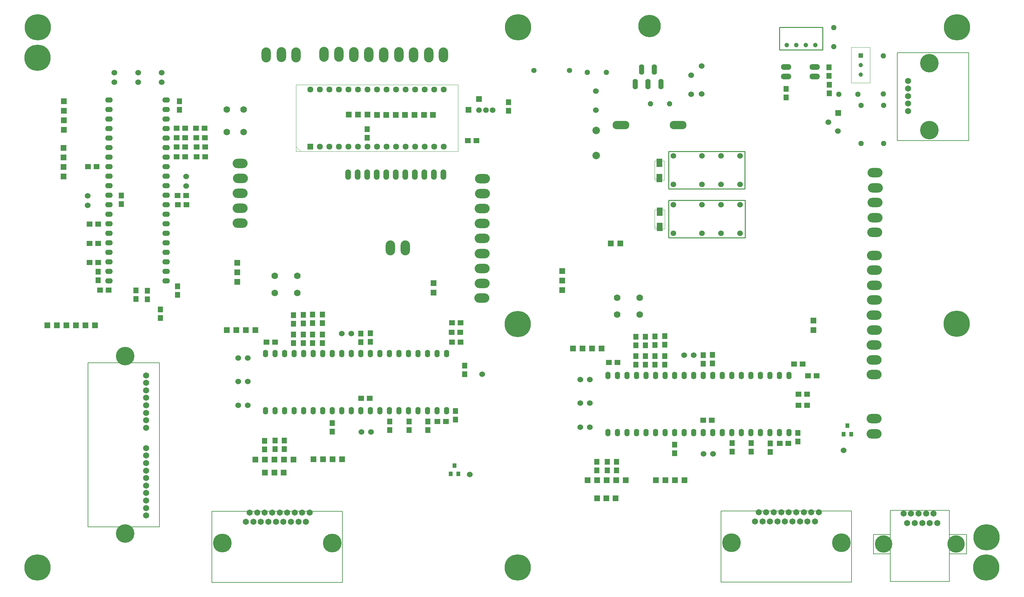
<source format=gbr>
G04 EasyPC Gerber Version 21.0.3 Build 4286 *
G04 #@! TF.Part,Single*
G04 #@! TF.FileFunction,AssemblyDrawing,Top *
G04 #@! TF.FilePolarity,Positive *
%FSLAX35Y35*%
%MOIN*%
G04 #@! TA.AperFunction,ComponentPad*
%AMT25*0 Octagon Pad at angle 0*4,1,8,-0.01077,-0.02600,0.01077,-0.02600,0.02600,-0.01077,0.02600,0.01077,0.01077,0.02600,-0.01077,0.02600,-0.02600,0.01077,-0.02600,-0.01077,-0.01077,-0.02600,0*%
%ADD25T25*%
%ADD27O,0.05500X0.08000*%
%ADD24O,0.05543X0.11087*%
G04 #@! TA.AperFunction,WasherPad*
%ADD70O,0.06000X0.11000*%
%ADD19O,0.09843X0.15748*%
G04 #@! TA.AperFunction,SMDPad*
%ADD79R,0.04000X0.04800*%
%ADD26R,0.05500X0.06000*%
%ADD78R,0.06102X0.08661*%
G04 #@! TA.AperFunction,ComponentPad*
%ADD81R,0.04528X0.04528*%
G04 #@! TA.AperFunction,WasherPad*
%ADD13R,0.06000X0.06000*%
G04 #@! TA.AperFunction,ComponentPad*
%ADD29R,0.06362X0.06362*%
G04 #@! TD.AperFunction*
%ADD73C,0.00394*%
%ADD10C,0.00787*%
%ADD77C,0.01000*%
G04 #@! TA.AperFunction,ComponentPad*
%ADD82C,0.04528*%
%ADD80C,0.04764*%
%ADD23C,0.05543*%
%ADD76C,0.05906*%
%ADD83C,0.05945*%
G04 #@! TA.AperFunction,WasherPad*
%ADD14C,0.06000*%
G04 #@! TA.AperFunction,ComponentPad*
%ADD72C,0.06362*%
G04 #@! TA.AperFunction,WasherPad*
%ADD17C,0.06496*%
G04 #@! TA.AperFunction,ComponentPad*
%ADD74C,0.07000*%
G04 #@! TA.AperFunction,WasherPad*
%ADD71C,0.07874*%
G04 #@! TA.AperFunction,ComponentPad*
%ADD20C,0.18307*%
G04 #@! TA.AperFunction,WasherPad*
%ADD18C,0.19488*%
G04 #@! TA.AperFunction,ComponentPad*
%ADD21C,0.19685*%
G04 #@! TA.AperFunction,WasherPad*
%ADD15C,0.23622*%
%ADD11C,0.27559*%
G04 #@! TA.AperFunction,ComponentPad*
%ADD75O,0.08000X0.05500*%
G04 #@! TA.AperFunction,WasherPad*
%ADD12O,0.11000X0.06000*%
G04 #@! TA.AperFunction,ComponentPad*
%ADD22O,0.17700X0.08850*%
G04 #@! TA.AperFunction,WasherPad*
%ADD16O,0.15748X0.09843*%
G04 #@! TA.AperFunction,SMDPad*
%ADD28R,0.06000X0.05500*%
X0Y0D02*
D02*
D10*
X146490Y233596D02*
Y61156D01*
X71687*
Y233596*
X146490*
X201726Y77711D02*
X338734D01*
Y2907*
X201726*
Y77711*
X735978Y78006D02*
X872986D01*
Y3203*
X735978*
Y78006*
X913537Y53407D02*
X895821D01*
Y32919*
X913537*
Y78596D02*
X975742D01*
Y3793*
X913537*
Y78596*
X921116Y467081D02*
Y559207D01*
X995919*
Y467081*
X921116*
X975742Y53407D02*
X993459D01*
Y32919*
X975742*
D02*
D11*
X18656Y18557D03*
Y553990D03*
X18951Y585880D03*
X522494Y274364D03*
X522593Y18557D03*
X522789Y585880D03*
X983222Y274463D03*
X983518Y585880D03*
X1014423Y18557D03*
X1014522Y50152D03*
D02*
D12*
X804364Y534207D03*
Y544207D03*
X834364Y534207D03*
Y544207D03*
D02*
D13*
X28872Y272770D03*
X38872D03*
X46018Y429207D03*
Y439207D03*
Y449207D03*
Y459207D03*
X46411Y478400D03*
Y488400D03*
Y498400D03*
Y508400D03*
X48872Y272770D03*
X58872D03*
X68872D03*
X78872D03*
X217179Y267967D03*
X227179D03*
X228301Y318439D03*
Y328439D03*
Y338439D03*
X237179Y267967D03*
X247179D03*
X247317Y131963D03*
X257317D03*
X257435Y118360D03*
X267179D03*
X267317Y131963D03*
X276923Y118360D03*
X277317Y131963D03*
X287317D03*
X308222Y132238D03*
X318222D03*
X328222D03*
X338222D03*
X345329Y494148D03*
X355073D03*
X365112D03*
X374955Y493951D03*
X384699D03*
X394738D03*
X404384Y493852D03*
X414128D03*
X424167D03*
X433715D03*
X434404Y307376D03*
Y317376D03*
X471018Y499364D03*
X481844Y510585D03*
X569344Y310073D03*
Y320073D03*
Y330073D03*
X580762Y248675D03*
X590762D03*
X595841Y110289D03*
X600762Y248675D03*
X605841Y110289D03*
X605959Y91392D03*
X610762Y248675D03*
X615703Y91392D03*
X615841Y110289D03*
X620132Y358911D03*
X625447Y91392D03*
X625841Y110289D03*
X630132Y358911D03*
X635841Y110289D03*
X667474Y110388D03*
X677474D03*
X687474D03*
X697474D03*
X832927Y267907D03*
Y277907D03*
X858911Y495919D03*
D02*
D14*
X71215Y398970D03*
Y408970D03*
X99167Y528301D03*
Y538301D03*
X124364Y528301D03*
Y538301D03*
X149069Y528301D03*
Y538301D03*
X174659Y419344D03*
Y429344D03*
X229128Y188833D03*
Y214030D03*
Y238734D03*
X239128Y188833D03*
Y214030D03*
Y238734D03*
X338085Y264325D03*
X348085D03*
X358459Y160880D03*
X368459D03*
X472396Y116293D03*
X485191Y221707D03*
X588380Y165998D03*
Y191195D03*
Y215900D03*
X598380Y165998D03*
Y191195D03*
Y215900D03*
X604482Y498872D03*
Y518872D03*
X697337Y241490D03*
X704561Y515683D03*
Y535683D03*
X707337Y241490D03*
X715703Y515801D03*
Y545329D03*
X717711Y138045D03*
X727711D03*
X848616Y486116D03*
X858616Y477022D03*
X864719Y141589D03*
D02*
D15*
X661035Y587159D03*
D02*
D16*
X231156Y380270D03*
X231352Y395821D03*
Y411569D03*
Y443065D03*
X231549Y427120D03*
X484994Y301431D03*
X485191Y316982D03*
Y332730D03*
Y364226D03*
X485388Y348281D03*
Y379935D03*
Y395526D03*
X485585Y411274D03*
Y426825D03*
X896510Y174856D03*
X896608Y236470D03*
Y252219D03*
Y283715D03*
X896707Y158911D03*
Y221215D03*
X896805Y267770D03*
Y299423D03*
Y315014D03*
X897002Y330762D03*
Y346313D03*
X897396Y370526D03*
X897593Y386077D03*
Y401825D03*
Y433321D03*
X897789Y417376D03*
D02*
D17*
X132711Y73163D03*
Y81037D03*
Y88911D03*
Y96785D03*
Y104659D03*
Y112533D03*
Y120407D03*
Y128281D03*
Y136156D03*
Y144030D03*
Y165289D03*
Y173163D03*
Y181037D03*
Y188911D03*
Y196785D03*
Y204659D03*
Y212533D03*
Y220407D03*
X237356Y66490D03*
X241293Y76333D03*
X245230Y66490D03*
X249167Y76333D03*
X253104Y66490D03*
X257041Y76333D03*
X260978Y66490D03*
X264915Y76333D03*
X268852Y66490D03*
X272789Y76333D03*
X276726Y66490D03*
X280663Y76333D03*
X284600Y66490D03*
X288537Y76333D03*
X292474Y66490D03*
X296411Y76333D03*
X300348Y66490D03*
X304285Y76333D03*
X771608Y66785D03*
X775545Y76628D03*
X779482Y66785D03*
X783419Y76628D03*
X787356Y66785D03*
X791293Y76628D03*
X795230Y66785D03*
X799167Y76628D03*
X803104Y66785D03*
X807041Y76628D03*
X810978Y66785D03*
X814915Y76628D03*
X818852Y66785D03*
X822789Y76628D03*
X826726Y66785D03*
X830663Y76628D03*
X834600Y66785D03*
X838537Y76628D03*
X927514Y75250D03*
X931451Y65407D03*
X932337Y497986D03*
Y505860D03*
Y513734D03*
Y521608D03*
Y529482D03*
X935388Y75250D03*
X939325Y65407D03*
X943262Y75250D03*
X947199Y65407D03*
X951136Y75250D03*
X955073Y65407D03*
X959010Y75250D03*
X962947Y65407D03*
D02*
D18*
X110467Y54266D03*
Y240486D03*
X954581Y477907D03*
Y548380D03*
D02*
D19*
X258616Y556943D03*
X274561Y557140D03*
X290112Y556943D03*
X319305Y557435D03*
X334856D03*
X350604Y557238D03*
X366195D03*
X381904Y557041D03*
X388931Y354187D03*
X397848Y557238D03*
X404522Y354187D03*
X413400Y557041D03*
X429148D03*
X444699Y556844D03*
D02*
D70*
X344738Y431215D03*
X354738D03*
X364738D03*
X374738D03*
X384738D03*
X394738D03*
X404738D03*
X414738D03*
X424738D03*
X434738D03*
X444738D03*
D02*
D71*
X604974Y451333D03*
Y477612D03*
D02*
D20*
X906648Y43163D03*
X982632D03*
D02*
D21*
X212553Y44246D03*
X327907D03*
X746805Y44541D03*
X862159D03*
D02*
D22*
X631077Y483222D03*
X691077D03*
D02*
D23*
X539719Y540558D03*
X577120D03*
D02*
D24*
X646018Y526385D03*
X652711Y541739D03*
X659404Y526385D03*
X666096Y541739D03*
X672789Y526385D03*
D02*
D25*
X595565Y538636D03*
X615565D03*
X661805Y505663D03*
X681805D03*
X854187Y565447D03*
Y585447D03*
X859640Y515506D03*
X879640D03*
X882829Y463813D03*
Y503813D03*
X906451Y515978D03*
Y555978D03*
X906648Y463813D03*
Y503813D03*
D02*
D26*
X82238Y320159D03*
Y329159D03*
X106549Y400278D03*
Y409278D03*
X122100Y300474D03*
Y309474D03*
X133813Y300376D03*
Y309376D03*
X147593Y280494D03*
Y289494D03*
X165506Y304904D03*
Y313904D03*
X167573Y499195D03*
Y508195D03*
X257041Y142699D03*
Y151699D03*
X267868Y142797D03*
Y151797D03*
X277514Y142896D03*
Y151896D03*
X287455Y254313D03*
Y263313D03*
Y274687D03*
Y283687D03*
X297494Y254313D03*
Y263313D03*
Y274884D03*
Y283884D03*
X307238Y254313D03*
Y263313D03*
X307337Y275179D03*
Y284179D03*
X317671Y254313D03*
Y263313D03*
Y275376D03*
Y284376D03*
X328006Y161400D03*
Y170400D03*
X358026Y255396D03*
Y264396D03*
X364719Y469864D03*
Y478864D03*
X367868Y255593D03*
Y264593D03*
X388242Y162974D03*
Y171974D03*
X408518Y163073D03*
Y172073D03*
X428400Y162876D03*
Y171876D03*
X457435Y173801D03*
Y182801D03*
X466884Y221537D03*
Y230537D03*
X512848Y498407D03*
Y507407D03*
X605663Y120455D03*
Y129455D03*
X616490Y120553D03*
Y129553D03*
X626136Y120652D03*
Y129652D03*
X646707Y231478D03*
Y240478D03*
Y251852D03*
Y260852D03*
X656746Y231478D03*
Y240478D03*
Y252049D03*
Y261049D03*
X666490Y231478D03*
Y240478D03*
X666589Y252344D03*
Y261344D03*
X676923Y231478D03*
Y240478D03*
Y252541D03*
Y261541D03*
X687258Y138565D03*
Y147565D03*
X717278Y232561D03*
Y241561D03*
X727120Y232758D03*
Y241758D03*
X747494Y140140D03*
Y149140D03*
X767770Y140238D03*
Y149238D03*
X787652Y140041D03*
Y149041D03*
X804187Y512089D03*
Y521089D03*
X816687Y150967D03*
Y159967D03*
X849167Y534923D03*
Y543923D03*
X849463Y516715D03*
Y525715D03*
D02*
D27*
X257907Y183144D03*
Y243144D03*
X267907Y183144D03*
Y243144D03*
X277907Y183144D03*
Y243144D03*
X287907Y183144D03*
Y243144D03*
X297907Y183144D03*
Y243144D03*
X307907Y183144D03*
Y243144D03*
X317907Y183144D03*
Y243144D03*
X327907Y183144D03*
Y243144D03*
X337907Y183144D03*
Y243144D03*
X347907Y183144D03*
Y243144D03*
X357907Y183144D03*
Y243144D03*
X367907Y183144D03*
Y243144D03*
X377907Y183144D03*
Y243144D03*
X387907Y183144D03*
Y243144D03*
X397907Y183144D03*
Y243144D03*
X407907Y183144D03*
Y243144D03*
X417907Y183144D03*
Y243144D03*
X427907Y183144D03*
Y243144D03*
X437907Y183144D03*
Y243144D03*
X447907Y183144D03*
Y243144D03*
X617159Y160309D03*
Y220309D03*
X627159Y160309D03*
Y220309D03*
X637159Y160309D03*
Y220309D03*
X647159Y160309D03*
Y220309D03*
X657159Y160309D03*
Y220309D03*
X667159Y160309D03*
Y220309D03*
X677159Y160309D03*
Y220309D03*
X687159Y160309D03*
Y220309D03*
X697159Y160309D03*
Y220309D03*
X707159Y160309D03*
Y220309D03*
X717159Y160309D03*
Y220309D03*
X727159Y160309D03*
Y220309D03*
X737159Y160309D03*
Y220309D03*
X747159Y160309D03*
Y220309D03*
X757159Y160309D03*
Y220309D03*
X767159Y160309D03*
Y220309D03*
X777159Y160309D03*
Y220309D03*
X787159Y160309D03*
Y220309D03*
X797159Y160309D03*
Y220309D03*
X807159Y160309D03*
Y220309D03*
D02*
D28*
X71734Y439423D03*
X73211Y339030D03*
X73309Y379187D03*
X73407Y358911D03*
X80734Y439423D03*
X82211Y339030D03*
X82309Y379187D03*
X82407Y358911D03*
X84136Y309994D03*
X93136D03*
X164648Y449758D03*
Y460191D03*
Y469935D03*
Y479974D03*
X165730Y409404D03*
X165927Y399561D03*
X173648Y449758D03*
Y460191D03*
Y469935D03*
Y479974D03*
X174730Y409404D03*
X174927Y399561D03*
X185022Y479974D03*
X185219Y469935D03*
X185514Y460093D03*
X185711Y449758D03*
X194022Y479974D03*
X194219Y469935D03*
X194514Y460093D03*
X194711Y449758D03*
X258939Y255171D03*
X267939D03*
X358152Y196215D03*
X367152D03*
X438270Y171904D03*
X447270D03*
X453427Y265506D03*
X453526Y255171D03*
Y275545D03*
X462427Y265506D03*
X462526Y255171D03*
Y275545D03*
X470258Y466785D03*
X479258D03*
X618191Y233911D03*
X627191D03*
X717404Y173380D03*
X726404D03*
X797522Y149069D03*
X806522D03*
X812778Y232337D03*
X817207Y188931D03*
X817305Y200644D03*
X821778Y232337D03*
X826207Y188931D03*
X826305Y200644D03*
X827246Y219935D03*
X836246D03*
D02*
D29*
X304856Y460604D03*
D02*
D72*
Y520604D03*
X314856Y460604D03*
Y520604D03*
X324856Y460604D03*
Y520604D03*
X334856Y460604D03*
Y520604D03*
X344856Y460604D03*
Y520604D03*
X354856Y460604D03*
Y520604D03*
X364856Y460604D03*
Y520604D03*
X374856Y460604D03*
Y520604D03*
X384856Y460604D03*
Y520604D03*
X394856Y460604D03*
Y520604D03*
X404856Y460604D03*
Y520604D03*
X414856Y460604D03*
Y520604D03*
X424856Y460604D03*
Y520604D03*
X434856Y460604D03*
Y520604D03*
X444856Y460604D03*
Y520604D03*
D02*
D73*
X289856Y455604D02*
Y525604D01*
X459856*
Y455604*
X289856*
X294856D02*
X289856Y460604D01*
X666207Y425498D02*
Y445593D01*
X676695*
Y425498*
X666207*
X666305Y374120D02*
Y394215D01*
X676793*
Y374120*
X666305*
X669254Y425498D02*
X666207Y428545D01*
X669352Y374120D02*
X666305Y377167D01*
X892219Y564994D02*
Y527474D01*
X872691*
Y564994*
X892219*
D02*
D74*
X217376Y476037D03*
Y499659D03*
X235093Y476037D03*
Y499659D03*
X267770Y307041D03*
Y324758D03*
X291392Y307041D03*
Y324758D03*
X627022Y284207D03*
Y301923D03*
X650644Y284207D03*
Y301923D03*
D02*
D75*
X93478Y319522D03*
Y329522D03*
Y339522D03*
Y349522D03*
Y359522D03*
Y369522D03*
Y379522D03*
Y389522D03*
Y399522D03*
Y409522D03*
Y419522D03*
Y429522D03*
Y439522D03*
Y449522D03*
Y459522D03*
Y469522D03*
Y479522D03*
Y489522D03*
Y499522D03*
Y509522D03*
X153478Y319522D03*
Y329522D03*
Y339522D03*
Y349522D03*
Y359522D03*
Y369522D03*
Y379522D03*
Y389522D03*
Y399522D03*
Y409522D03*
Y419522D03*
Y429522D03*
Y439522D03*
Y449522D03*
Y459522D03*
Y469522D03*
Y479522D03*
Y489522D03*
Y499522D03*
Y509522D03*
D02*
D76*
X685959Y420841D03*
Y450841D03*
X686057Y369463D03*
Y399463D03*
X715959Y420841D03*
Y450841D03*
X716057Y369463D03*
Y399463D03*
X735959Y420841D03*
Y450841D03*
X736057Y369463D03*
Y399463D03*
X755959Y420841D03*
Y450841D03*
X756057Y369463D03*
Y399463D03*
D02*
D77*
X680801Y455526D02*
X761116D01*
Y416156*
X680801*
Y455526*
X680900Y404148D02*
X761215D01*
Y364778*
X680900*
Y404148*
X797199Y585781D02*
X842474D01*
Y562159*
X797199*
Y585781*
D02*
D78*
X671451Y427474D03*
Y443616D03*
X671549Y376096D03*
Y392238D03*
D02*
D79*
X452156Y116816D03*
X456156Y125516D03*
X460156Y116816D03*
X864656Y158745D03*
X868656Y167445D03*
X872656Y158745D03*
D02*
D80*
X804837Y567159D03*
X814837D03*
X824837D03*
X834837D03*
D02*
D81*
X882730Y556254D03*
D02*
D82*
Y536254D03*
Y546254D03*
D02*
D83*
X482041Y499069D03*
X489128D03*
X496215D03*
X0Y0D02*
M02*

</source>
